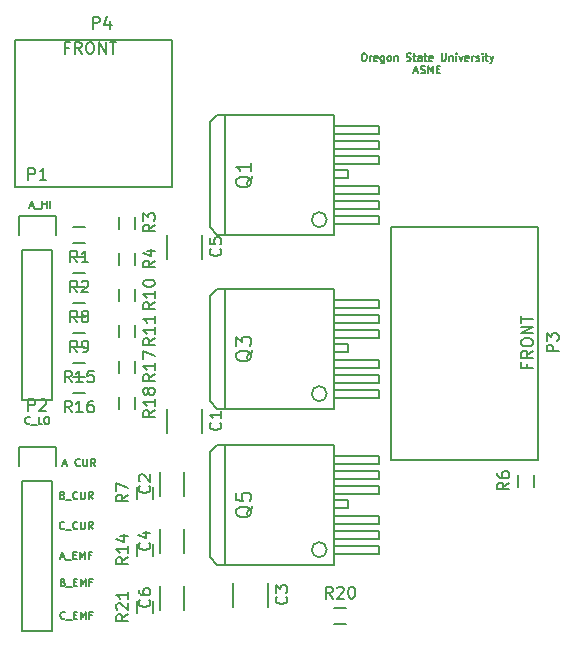
<source format=gbr>
G04 #@! TF.FileFunction,Legend,Top*
%FSLAX46Y46*%
G04 Gerber Fmt 4.6, Leading zero omitted, Abs format (unit mm)*
G04 Created by KiCad (PCBNEW (2015-05-26 BZR 5684)-product) date Thu 13 Aug 2015 05:18:35 PM PDT*
%MOMM*%
G01*
G04 APERTURE LIST*
%ADD10C,0.100000*%
%ADD11C,0.127000*%
%ADD12C,0.158750*%
%ADD13C,0.150000*%
%ADD14C,0.200000*%
G04 APERTURE END LIST*
D10*
D11*
X128397000Y-108684786D02*
X128366762Y-108715024D01*
X128276047Y-108745262D01*
X128215571Y-108745262D01*
X128124857Y-108715024D01*
X128064381Y-108654548D01*
X128034142Y-108594071D01*
X128003904Y-108473119D01*
X128003904Y-108382405D01*
X128034142Y-108261452D01*
X128064381Y-108200976D01*
X128124857Y-108140500D01*
X128215571Y-108110262D01*
X128276047Y-108110262D01*
X128366762Y-108140500D01*
X128397000Y-108170738D01*
X128517952Y-108805738D02*
X129001762Y-108805738D01*
X129455333Y-108745262D02*
X129152952Y-108745262D01*
X129152952Y-108110262D01*
X129787953Y-108110262D02*
X129908905Y-108110262D01*
X129969381Y-108140500D01*
X130029858Y-108200976D01*
X130060096Y-108321929D01*
X130060096Y-108533595D01*
X130029858Y-108654548D01*
X129969381Y-108715024D01*
X129908905Y-108745262D01*
X129787953Y-108745262D01*
X129727477Y-108715024D01*
X129667000Y-108654548D01*
X129636762Y-108533595D01*
X129636762Y-108321929D01*
X129667000Y-108200976D01*
X129727477Y-108140500D01*
X129787953Y-108110262D01*
X128409095Y-90275833D02*
X128711476Y-90275833D01*
X128348619Y-90457262D02*
X128560286Y-89822262D01*
X128771953Y-90457262D01*
X128832429Y-90517738D02*
X129316239Y-90517738D01*
X129467429Y-90457262D02*
X129467429Y-89822262D01*
X129467429Y-90124643D02*
X129830287Y-90124643D01*
X129830287Y-90457262D02*
X129830287Y-89822262D01*
X130132667Y-90457262D02*
X130132667Y-89822262D01*
X131366381Y-125194786D02*
X131336143Y-125225024D01*
X131245428Y-125255262D01*
X131184952Y-125255262D01*
X131094238Y-125225024D01*
X131033762Y-125164548D01*
X131003523Y-125104071D01*
X130973285Y-124983119D01*
X130973285Y-124892405D01*
X131003523Y-124771452D01*
X131033762Y-124710976D01*
X131094238Y-124650500D01*
X131184952Y-124620262D01*
X131245428Y-124620262D01*
X131336143Y-124650500D01*
X131366381Y-124680738D01*
X131487333Y-125315738D02*
X131971143Y-125315738D01*
X132122333Y-124922643D02*
X132334000Y-124922643D01*
X132424714Y-125255262D02*
X132122333Y-125255262D01*
X132122333Y-124620262D01*
X132424714Y-124620262D01*
X132696857Y-125255262D02*
X132696857Y-124620262D01*
X132908524Y-125073833D01*
X133120191Y-124620262D01*
X133120191Y-125255262D01*
X133634238Y-124922643D02*
X133422571Y-124922643D01*
X133422571Y-125255262D02*
X133422571Y-124620262D01*
X133724952Y-124620262D01*
X131215190Y-122128643D02*
X131305904Y-122158881D01*
X131336143Y-122189119D01*
X131366381Y-122249595D01*
X131366381Y-122340310D01*
X131336143Y-122400786D01*
X131305904Y-122431024D01*
X131245428Y-122461262D01*
X131003523Y-122461262D01*
X131003523Y-121826262D01*
X131215190Y-121826262D01*
X131275666Y-121856500D01*
X131305904Y-121886738D01*
X131336143Y-121947214D01*
X131336143Y-122007690D01*
X131305904Y-122068167D01*
X131275666Y-122098405D01*
X131215190Y-122128643D01*
X131003523Y-122128643D01*
X131487333Y-122521738D02*
X131971143Y-122521738D01*
X132122333Y-122128643D02*
X132334000Y-122128643D01*
X132424714Y-122461262D02*
X132122333Y-122461262D01*
X132122333Y-121826262D01*
X132424714Y-121826262D01*
X132696857Y-122461262D02*
X132696857Y-121826262D01*
X132908524Y-122279833D01*
X133120191Y-121826262D01*
X133120191Y-122461262D01*
X133634238Y-122128643D02*
X133422571Y-122128643D01*
X133422571Y-122461262D02*
X133422571Y-121826262D01*
X133724952Y-121826262D01*
X131018642Y-119993833D02*
X131321023Y-119993833D01*
X130958166Y-120175262D02*
X131169833Y-119540262D01*
X131381500Y-120175262D01*
X131441976Y-120235738D02*
X131925786Y-120235738D01*
X132076976Y-119842643D02*
X132288643Y-119842643D01*
X132379357Y-120175262D02*
X132076976Y-120175262D01*
X132076976Y-119540262D01*
X132379357Y-119540262D01*
X132651500Y-120175262D02*
X132651500Y-119540262D01*
X132863167Y-119993833D01*
X133074834Y-119540262D01*
X133074834Y-120175262D01*
X133588881Y-119842643D02*
X133377214Y-119842643D01*
X133377214Y-120175262D02*
X133377214Y-119540262D01*
X133679595Y-119540262D01*
X131321024Y-117574786D02*
X131290786Y-117605024D01*
X131200071Y-117635262D01*
X131139595Y-117635262D01*
X131048881Y-117605024D01*
X130988405Y-117544548D01*
X130958166Y-117484071D01*
X130927928Y-117363119D01*
X130927928Y-117272405D01*
X130958166Y-117151452D01*
X130988405Y-117090976D01*
X131048881Y-117030500D01*
X131139595Y-117000262D01*
X131200071Y-117000262D01*
X131290786Y-117030500D01*
X131321024Y-117060738D01*
X131441976Y-117695738D02*
X131925786Y-117695738D01*
X132439834Y-117574786D02*
X132409596Y-117605024D01*
X132318881Y-117635262D01*
X132258405Y-117635262D01*
X132167691Y-117605024D01*
X132107215Y-117544548D01*
X132076976Y-117484071D01*
X132046738Y-117363119D01*
X132046738Y-117272405D01*
X132076976Y-117151452D01*
X132107215Y-117090976D01*
X132167691Y-117030500D01*
X132258405Y-117000262D01*
X132318881Y-117000262D01*
X132409596Y-117030500D01*
X132439834Y-117060738D01*
X132711976Y-117000262D02*
X132711976Y-117514310D01*
X132742215Y-117574786D01*
X132772453Y-117605024D01*
X132832929Y-117635262D01*
X132953881Y-117635262D01*
X133014357Y-117605024D01*
X133044596Y-117574786D01*
X133074834Y-117514310D01*
X133074834Y-117000262D01*
X133740072Y-117635262D02*
X133528405Y-117332881D01*
X133377214Y-117635262D02*
X133377214Y-117000262D01*
X133619119Y-117000262D01*
X133679595Y-117030500D01*
X133709834Y-117060738D01*
X133740072Y-117121214D01*
X133740072Y-117211929D01*
X133709834Y-117272405D01*
X133679595Y-117302643D01*
X133619119Y-117332881D01*
X133377214Y-117332881D01*
X131169833Y-114762643D02*
X131260547Y-114792881D01*
X131290786Y-114823119D01*
X131321024Y-114883595D01*
X131321024Y-114974310D01*
X131290786Y-115034786D01*
X131260547Y-115065024D01*
X131200071Y-115095262D01*
X130958166Y-115095262D01*
X130958166Y-114460262D01*
X131169833Y-114460262D01*
X131230309Y-114490500D01*
X131260547Y-114520738D01*
X131290786Y-114581214D01*
X131290786Y-114641690D01*
X131260547Y-114702167D01*
X131230309Y-114732405D01*
X131169833Y-114762643D01*
X130958166Y-114762643D01*
X131441976Y-115155738D02*
X131925786Y-115155738D01*
X132439834Y-115034786D02*
X132409596Y-115065024D01*
X132318881Y-115095262D01*
X132258405Y-115095262D01*
X132167691Y-115065024D01*
X132107215Y-115004548D01*
X132076976Y-114944071D01*
X132046738Y-114823119D01*
X132046738Y-114732405D01*
X132076976Y-114611452D01*
X132107215Y-114550976D01*
X132167691Y-114490500D01*
X132258405Y-114460262D01*
X132318881Y-114460262D01*
X132409596Y-114490500D01*
X132439834Y-114520738D01*
X132711976Y-114460262D02*
X132711976Y-114974310D01*
X132742215Y-115034786D01*
X132772453Y-115065024D01*
X132832929Y-115095262D01*
X132953881Y-115095262D01*
X133014357Y-115065024D01*
X133044596Y-115034786D01*
X133074834Y-114974310D01*
X133074834Y-114460262D01*
X133740072Y-115095262D02*
X133528405Y-114792881D01*
X133377214Y-115095262D02*
X133377214Y-114460262D01*
X133619119Y-114460262D01*
X133679595Y-114490500D01*
X133709834Y-114520738D01*
X133740072Y-114581214D01*
X133740072Y-114671929D01*
X133709834Y-114732405D01*
X133679595Y-114762643D01*
X133619119Y-114792881D01*
X133377214Y-114792881D01*
X131227285Y-112119833D02*
X131529666Y-112119833D01*
X131166809Y-112301262D02*
X131378476Y-111666262D01*
X131590143Y-112301262D01*
X132648477Y-112240786D02*
X132618239Y-112271024D01*
X132527524Y-112301262D01*
X132467048Y-112301262D01*
X132376334Y-112271024D01*
X132315858Y-112210548D01*
X132285619Y-112150071D01*
X132255381Y-112029119D01*
X132255381Y-111938405D01*
X132285619Y-111817452D01*
X132315858Y-111756976D01*
X132376334Y-111696500D01*
X132467048Y-111666262D01*
X132527524Y-111666262D01*
X132618239Y-111696500D01*
X132648477Y-111726738D01*
X132920619Y-111666262D02*
X132920619Y-112180310D01*
X132950858Y-112240786D01*
X132981096Y-112271024D01*
X133041572Y-112301262D01*
X133162524Y-112301262D01*
X133223000Y-112271024D01*
X133253239Y-112240786D01*
X133283477Y-112180310D01*
X133283477Y-111666262D01*
X133948715Y-112301262D02*
X133737048Y-111998881D01*
X133585857Y-112301262D02*
X133585857Y-111666262D01*
X133827762Y-111666262D01*
X133888238Y-111696500D01*
X133918477Y-111726738D01*
X133948715Y-111787214D01*
X133948715Y-111877929D01*
X133918477Y-111938405D01*
X133888238Y-111968643D01*
X133827762Y-111998881D01*
X133585857Y-111998881D01*
D12*
X156639380Y-77360387D02*
X156760332Y-77360387D01*
X156820808Y-77390625D01*
X156881285Y-77451101D01*
X156911523Y-77572054D01*
X156911523Y-77783720D01*
X156881285Y-77904673D01*
X156820808Y-77965149D01*
X156760332Y-77995387D01*
X156639380Y-77995387D01*
X156578904Y-77965149D01*
X156518427Y-77904673D01*
X156488189Y-77783720D01*
X156488189Y-77572054D01*
X156518427Y-77451101D01*
X156578904Y-77390625D01*
X156639380Y-77360387D01*
X157183665Y-77995387D02*
X157183665Y-77572054D01*
X157183665Y-77693006D02*
X157213904Y-77632530D01*
X157244142Y-77602292D01*
X157304618Y-77572054D01*
X157365094Y-77572054D01*
X157818665Y-77965149D02*
X157758189Y-77995387D01*
X157637237Y-77995387D01*
X157576760Y-77965149D01*
X157546522Y-77904673D01*
X157546522Y-77662768D01*
X157576760Y-77602292D01*
X157637237Y-77572054D01*
X157758189Y-77572054D01*
X157818665Y-77602292D01*
X157848903Y-77662768D01*
X157848903Y-77723244D01*
X157546522Y-77783720D01*
X158393189Y-77572054D02*
X158393189Y-78086101D01*
X158362951Y-78146577D01*
X158332713Y-78176815D01*
X158272237Y-78207054D01*
X158181523Y-78207054D01*
X158121046Y-78176815D01*
X158393189Y-77965149D02*
X158332713Y-77995387D01*
X158211761Y-77995387D01*
X158151285Y-77965149D01*
X158121046Y-77934911D01*
X158090808Y-77874435D01*
X158090808Y-77693006D01*
X158121046Y-77632530D01*
X158151285Y-77602292D01*
X158211761Y-77572054D01*
X158332713Y-77572054D01*
X158393189Y-77602292D01*
X158786285Y-77995387D02*
X158725809Y-77965149D01*
X158695570Y-77934911D01*
X158665332Y-77874435D01*
X158665332Y-77693006D01*
X158695570Y-77632530D01*
X158725809Y-77602292D01*
X158786285Y-77572054D01*
X158876999Y-77572054D01*
X158937475Y-77602292D01*
X158967713Y-77632530D01*
X158997951Y-77693006D01*
X158997951Y-77874435D01*
X158967713Y-77934911D01*
X158937475Y-77965149D01*
X158876999Y-77995387D01*
X158786285Y-77995387D01*
X159270094Y-77572054D02*
X159270094Y-77995387D01*
X159270094Y-77632530D02*
X159300333Y-77602292D01*
X159360809Y-77572054D01*
X159451523Y-77572054D01*
X159511999Y-77602292D01*
X159542237Y-77662768D01*
X159542237Y-77995387D01*
X160298190Y-77965149D02*
X160388905Y-77995387D01*
X160540095Y-77995387D01*
X160600571Y-77965149D01*
X160630809Y-77934911D01*
X160661048Y-77874435D01*
X160661048Y-77813958D01*
X160630809Y-77753482D01*
X160600571Y-77723244D01*
X160540095Y-77693006D01*
X160419143Y-77662768D01*
X160358667Y-77632530D01*
X160328428Y-77602292D01*
X160298190Y-77541815D01*
X160298190Y-77481339D01*
X160328428Y-77420863D01*
X160358667Y-77390625D01*
X160419143Y-77360387D01*
X160570333Y-77360387D01*
X160661048Y-77390625D01*
X160842476Y-77572054D02*
X161084381Y-77572054D01*
X160933190Y-77360387D02*
X160933190Y-77904673D01*
X160963429Y-77965149D01*
X161023905Y-77995387D01*
X161084381Y-77995387D01*
X161568190Y-77995387D02*
X161568190Y-77662768D01*
X161537952Y-77602292D01*
X161477476Y-77572054D01*
X161356524Y-77572054D01*
X161296047Y-77602292D01*
X161568190Y-77965149D02*
X161507714Y-77995387D01*
X161356524Y-77995387D01*
X161296047Y-77965149D01*
X161265809Y-77904673D01*
X161265809Y-77844196D01*
X161296047Y-77783720D01*
X161356524Y-77753482D01*
X161507714Y-77753482D01*
X161568190Y-77723244D01*
X161779857Y-77572054D02*
X162021762Y-77572054D01*
X161870571Y-77360387D02*
X161870571Y-77904673D01*
X161900810Y-77965149D01*
X161961286Y-77995387D01*
X162021762Y-77995387D01*
X162475333Y-77965149D02*
X162414857Y-77995387D01*
X162293905Y-77995387D01*
X162233428Y-77965149D01*
X162203190Y-77904673D01*
X162203190Y-77662768D01*
X162233428Y-77602292D01*
X162293905Y-77572054D01*
X162414857Y-77572054D01*
X162475333Y-77602292D01*
X162505571Y-77662768D01*
X162505571Y-77723244D01*
X162203190Y-77783720D01*
X163261524Y-77360387D02*
X163261524Y-77874435D01*
X163291763Y-77934911D01*
X163322001Y-77965149D01*
X163382477Y-77995387D01*
X163503429Y-77995387D01*
X163563905Y-77965149D01*
X163594144Y-77934911D01*
X163624382Y-77874435D01*
X163624382Y-77360387D01*
X163926762Y-77572054D02*
X163926762Y-77995387D01*
X163926762Y-77632530D02*
X163957001Y-77602292D01*
X164017477Y-77572054D01*
X164108191Y-77572054D01*
X164168667Y-77602292D01*
X164198905Y-77662768D01*
X164198905Y-77995387D01*
X164501286Y-77995387D02*
X164501286Y-77572054D01*
X164501286Y-77360387D02*
X164471048Y-77390625D01*
X164501286Y-77420863D01*
X164531525Y-77390625D01*
X164501286Y-77360387D01*
X164501286Y-77420863D01*
X164743191Y-77572054D02*
X164894382Y-77995387D01*
X165045572Y-77572054D01*
X165529382Y-77965149D02*
X165468906Y-77995387D01*
X165347954Y-77995387D01*
X165287477Y-77965149D01*
X165257239Y-77904673D01*
X165257239Y-77662768D01*
X165287477Y-77602292D01*
X165347954Y-77572054D01*
X165468906Y-77572054D01*
X165529382Y-77602292D01*
X165559620Y-77662768D01*
X165559620Y-77723244D01*
X165257239Y-77783720D01*
X165831763Y-77995387D02*
X165831763Y-77572054D01*
X165831763Y-77693006D02*
X165862002Y-77632530D01*
X165892240Y-77602292D01*
X165952716Y-77572054D01*
X166013192Y-77572054D01*
X166194620Y-77965149D02*
X166255097Y-77995387D01*
X166376049Y-77995387D01*
X166436525Y-77965149D01*
X166466763Y-77904673D01*
X166466763Y-77874435D01*
X166436525Y-77813958D01*
X166376049Y-77783720D01*
X166285335Y-77783720D01*
X166224858Y-77753482D01*
X166194620Y-77693006D01*
X166194620Y-77662768D01*
X166224858Y-77602292D01*
X166285335Y-77572054D01*
X166376049Y-77572054D01*
X166436525Y-77602292D01*
X166738906Y-77995387D02*
X166738906Y-77572054D01*
X166738906Y-77360387D02*
X166708668Y-77390625D01*
X166738906Y-77420863D01*
X166769145Y-77390625D01*
X166738906Y-77360387D01*
X166738906Y-77420863D01*
X166950573Y-77572054D02*
X167192478Y-77572054D01*
X167041287Y-77360387D02*
X167041287Y-77904673D01*
X167071526Y-77965149D01*
X167132002Y-77995387D01*
X167192478Y-77995387D01*
X167343668Y-77572054D02*
X167494859Y-77995387D01*
X167646049Y-77572054D02*
X167494859Y-77995387D01*
X167434383Y-78146577D01*
X167404144Y-78176815D01*
X167343668Y-78207054D01*
X160948309Y-78861708D02*
X161250690Y-78861708D01*
X160887833Y-79043137D02*
X161099500Y-78408137D01*
X161311167Y-79043137D01*
X161492595Y-79012899D02*
X161583310Y-79043137D01*
X161734500Y-79043137D01*
X161794976Y-79012899D01*
X161825214Y-78982661D01*
X161855453Y-78922185D01*
X161855453Y-78861708D01*
X161825214Y-78801232D01*
X161794976Y-78770994D01*
X161734500Y-78740756D01*
X161613548Y-78710518D01*
X161553072Y-78680280D01*
X161522833Y-78650042D01*
X161492595Y-78589565D01*
X161492595Y-78529089D01*
X161522833Y-78468613D01*
X161553072Y-78438375D01*
X161613548Y-78408137D01*
X161764738Y-78408137D01*
X161855453Y-78438375D01*
X162127595Y-79043137D02*
X162127595Y-78408137D01*
X162339262Y-78861708D01*
X162550929Y-78408137D01*
X162550929Y-79043137D01*
X162853309Y-78710518D02*
X163064976Y-78710518D01*
X163155690Y-79043137D02*
X162853309Y-79043137D01*
X162853309Y-78408137D01*
X163155690Y-78408137D01*
D13*
X142953000Y-109458000D02*
X142953000Y-107458000D01*
X140003000Y-107458000D02*
X140003000Y-109458000D01*
X139437000Y-112792000D02*
X139437000Y-114792000D01*
X141487000Y-114792000D02*
X141487000Y-112792000D01*
X148541000Y-124190000D02*
X148541000Y-122190000D01*
X145591000Y-122190000D02*
X145591000Y-124190000D01*
X139437000Y-117618000D02*
X139437000Y-119618000D01*
X141487000Y-119618000D02*
X141487000Y-117618000D01*
X142953000Y-94726000D02*
X142953000Y-92726000D01*
X140003000Y-92726000D02*
X140003000Y-94726000D01*
X139437000Y-122444000D02*
X139437000Y-124444000D01*
X141487000Y-124444000D02*
X141487000Y-122444000D01*
X130302000Y-93980000D02*
X130302000Y-106680000D01*
X130302000Y-106680000D02*
X127762000Y-106680000D01*
X127762000Y-106680000D02*
X127762000Y-93980000D01*
X130582000Y-91160000D02*
X130582000Y-92710000D01*
X130302000Y-93980000D02*
X127762000Y-93980000D01*
X127482000Y-92710000D02*
X127482000Y-91160000D01*
X127482000Y-91160000D02*
X130582000Y-91160000D01*
X130302000Y-113538000D02*
X130302000Y-126238000D01*
X130302000Y-126238000D02*
X127762000Y-126238000D01*
X127762000Y-126238000D02*
X127762000Y-113538000D01*
X130582000Y-110718000D02*
X130582000Y-112268000D01*
X130302000Y-113538000D02*
X127762000Y-113538000D01*
X127482000Y-112268000D02*
X127482000Y-110718000D01*
X127482000Y-110718000D02*
X130582000Y-110718000D01*
X171450000Y-111760000D02*
X171450000Y-92060000D01*
X171450000Y-92060000D02*
X158950000Y-92060000D01*
X158950000Y-111760000D02*
X158950000Y-92060000D01*
X158950000Y-111760000D02*
X171450000Y-111760000D01*
X140462000Y-76200000D02*
X127112000Y-76200000D01*
X127112000Y-76200000D02*
X127112000Y-88700000D01*
X140462000Y-88700000D02*
X127112000Y-88700000D01*
X140462000Y-88700000D02*
X140462000Y-76200000D01*
X155321000Y-87884000D02*
X154178000Y-87884000D01*
X155321000Y-87249000D02*
X154178000Y-87249000D01*
X155321000Y-87884000D02*
X155321000Y-87249000D01*
D14*
X154178000Y-84170000D02*
X157988000Y-84170000D01*
X157988000Y-84170000D02*
X157988000Y-83470000D01*
X157988000Y-83470000D02*
X154178000Y-83470000D01*
X154178000Y-85440000D02*
X157988000Y-85440000D01*
X157988000Y-85440000D02*
X157988000Y-84740000D01*
X157988000Y-84740000D02*
X154178000Y-84740000D01*
X154178000Y-86710000D02*
X157988000Y-86710000D01*
X157988000Y-86710000D02*
X157988000Y-86010000D01*
X157988000Y-86010000D02*
X154178000Y-86010000D01*
X154178000Y-89250000D02*
X157988000Y-89250000D01*
X157988000Y-89250000D02*
X157988000Y-88550000D01*
X157988000Y-88550000D02*
X154178000Y-88550000D01*
X154178000Y-90520000D02*
X157988000Y-90520000D01*
X157988000Y-90520000D02*
X157988000Y-89820000D01*
X157988000Y-89820000D02*
X154178000Y-89820000D01*
X154178000Y-91790000D02*
X157988000Y-91790000D01*
X157988000Y-91790000D02*
X157988000Y-91090000D01*
X157988000Y-91090000D02*
X154178000Y-91090000D01*
X153543000Y-91440000D02*
G75*
G03X153543000Y-91440000I-635000J0D01*
G01*
X144907000Y-92710000D02*
X144272000Y-92710000D01*
X144272000Y-92710000D02*
X143637000Y-92075000D01*
X143637000Y-92075000D02*
X143637000Y-83185000D01*
X143637000Y-83185000D02*
X144272000Y-82550000D01*
X144272000Y-82550000D02*
X144907000Y-82550000D01*
X154178000Y-92710000D02*
X154178000Y-82550000D01*
X154178000Y-82550000D02*
X144907000Y-82550000D01*
X144907000Y-82550000D02*
X144907000Y-92710000D01*
X144907000Y-92710000D02*
X154178000Y-92710000D01*
D13*
X155321000Y-102616000D02*
X154178000Y-102616000D01*
X155321000Y-101981000D02*
X154178000Y-101981000D01*
X155321000Y-102616000D02*
X155321000Y-101981000D01*
D14*
X154178000Y-98902000D02*
X157988000Y-98902000D01*
X157988000Y-98902000D02*
X157988000Y-98202000D01*
X157988000Y-98202000D02*
X154178000Y-98202000D01*
X154178000Y-100172000D02*
X157988000Y-100172000D01*
X157988000Y-100172000D02*
X157988000Y-99472000D01*
X157988000Y-99472000D02*
X154178000Y-99472000D01*
X154178000Y-101442000D02*
X157988000Y-101442000D01*
X157988000Y-101442000D02*
X157988000Y-100742000D01*
X157988000Y-100742000D02*
X154178000Y-100742000D01*
X154178000Y-103982000D02*
X157988000Y-103982000D01*
X157988000Y-103982000D02*
X157988000Y-103282000D01*
X157988000Y-103282000D02*
X154178000Y-103282000D01*
X154178000Y-105252000D02*
X157988000Y-105252000D01*
X157988000Y-105252000D02*
X157988000Y-104552000D01*
X157988000Y-104552000D02*
X154178000Y-104552000D01*
X154178000Y-106522000D02*
X157988000Y-106522000D01*
X157988000Y-106522000D02*
X157988000Y-105822000D01*
X157988000Y-105822000D02*
X154178000Y-105822000D01*
X153543000Y-106172000D02*
G75*
G03X153543000Y-106172000I-635000J0D01*
G01*
X144907000Y-107442000D02*
X144272000Y-107442000D01*
X144272000Y-107442000D02*
X143637000Y-106807000D01*
X143637000Y-106807000D02*
X143637000Y-97917000D01*
X143637000Y-97917000D02*
X144272000Y-97282000D01*
X144272000Y-97282000D02*
X144907000Y-97282000D01*
X154178000Y-107442000D02*
X154178000Y-97282000D01*
X154178000Y-97282000D02*
X144907000Y-97282000D01*
X144907000Y-97282000D02*
X144907000Y-107442000D01*
X144907000Y-107442000D02*
X154178000Y-107442000D01*
D13*
X155321000Y-115824000D02*
X154178000Y-115824000D01*
X155321000Y-115189000D02*
X154178000Y-115189000D01*
X155321000Y-115824000D02*
X155321000Y-115189000D01*
D14*
X154178000Y-112110000D02*
X157988000Y-112110000D01*
X157988000Y-112110000D02*
X157988000Y-111410000D01*
X157988000Y-111410000D02*
X154178000Y-111410000D01*
X154178000Y-113380000D02*
X157988000Y-113380000D01*
X157988000Y-113380000D02*
X157988000Y-112680000D01*
X157988000Y-112680000D02*
X154178000Y-112680000D01*
X154178000Y-114650000D02*
X157988000Y-114650000D01*
X157988000Y-114650000D02*
X157988000Y-113950000D01*
X157988000Y-113950000D02*
X154178000Y-113950000D01*
X154178000Y-117190000D02*
X157988000Y-117190000D01*
X157988000Y-117190000D02*
X157988000Y-116490000D01*
X157988000Y-116490000D02*
X154178000Y-116490000D01*
X154178000Y-118460000D02*
X157988000Y-118460000D01*
X157988000Y-118460000D02*
X157988000Y-117760000D01*
X157988000Y-117760000D02*
X154178000Y-117760000D01*
X154178000Y-119730000D02*
X157988000Y-119730000D01*
X157988000Y-119730000D02*
X157988000Y-119030000D01*
X157988000Y-119030000D02*
X154178000Y-119030000D01*
X153543000Y-119380000D02*
G75*
G03X153543000Y-119380000I-635000J0D01*
G01*
X144907000Y-120650000D02*
X144272000Y-120650000D01*
X144272000Y-120650000D02*
X143637000Y-120015000D01*
X143637000Y-120015000D02*
X143637000Y-111125000D01*
X143637000Y-111125000D02*
X144272000Y-110490000D01*
X144272000Y-110490000D02*
X144907000Y-110490000D01*
X154178000Y-120650000D02*
X154178000Y-110490000D01*
X154178000Y-110490000D02*
X144907000Y-110490000D01*
X144907000Y-110490000D02*
X144907000Y-120650000D01*
X144907000Y-120650000D02*
X154178000Y-120650000D01*
D13*
X132088000Y-92035000D02*
X133088000Y-92035000D01*
X133088000Y-93385000D02*
X132088000Y-93385000D01*
X132088000Y-94575000D02*
X133088000Y-94575000D01*
X133088000Y-95925000D02*
X132088000Y-95925000D01*
X135977000Y-92194000D02*
X135977000Y-91194000D01*
X137327000Y-91194000D02*
X137327000Y-92194000D01*
X135977000Y-95242000D02*
X135977000Y-94242000D01*
X137327000Y-94242000D02*
X137327000Y-95242000D01*
X171109000Y-113038000D02*
X171109000Y-114038000D01*
X169759000Y-114038000D02*
X169759000Y-113038000D01*
X138851000Y-114054000D02*
X138851000Y-115054000D01*
X137501000Y-115054000D02*
X137501000Y-114054000D01*
X132088000Y-97115000D02*
X133088000Y-97115000D01*
X133088000Y-98465000D02*
X132088000Y-98465000D01*
X132088000Y-99655000D02*
X133088000Y-99655000D01*
X133088000Y-101005000D02*
X132088000Y-101005000D01*
X135977000Y-98290000D02*
X135977000Y-97290000D01*
X137327000Y-97290000D02*
X137327000Y-98290000D01*
X135977000Y-101338000D02*
X135977000Y-100338000D01*
X137327000Y-100338000D02*
X137327000Y-101338000D01*
X138851000Y-118880000D02*
X138851000Y-119880000D01*
X137501000Y-119880000D02*
X137501000Y-118880000D01*
X132088000Y-102195000D02*
X133088000Y-102195000D01*
X133088000Y-103545000D02*
X132088000Y-103545000D01*
X132088000Y-104735000D02*
X133088000Y-104735000D01*
X133088000Y-106085000D02*
X132088000Y-106085000D01*
X135977000Y-104386000D02*
X135977000Y-103386000D01*
X137327000Y-103386000D02*
X137327000Y-104386000D01*
X135977000Y-107434000D02*
X135977000Y-106434000D01*
X137327000Y-106434000D02*
X137327000Y-107434000D01*
X155186000Y-125643000D02*
X154186000Y-125643000D01*
X154186000Y-124293000D02*
X155186000Y-124293000D01*
X138851000Y-123706000D02*
X138851000Y-124706000D01*
X137501000Y-124706000D02*
X137501000Y-123706000D01*
X144535143Y-108624666D02*
X144582762Y-108672285D01*
X144630381Y-108815142D01*
X144630381Y-108910380D01*
X144582762Y-109053238D01*
X144487524Y-109148476D01*
X144392286Y-109196095D01*
X144201810Y-109243714D01*
X144058952Y-109243714D01*
X143868476Y-109196095D01*
X143773238Y-109148476D01*
X143678000Y-109053238D01*
X143630381Y-108910380D01*
X143630381Y-108815142D01*
X143678000Y-108672285D01*
X143725619Y-108624666D01*
X144630381Y-107672285D02*
X144630381Y-108243714D01*
X144630381Y-107958000D02*
X143630381Y-107958000D01*
X143773238Y-108053238D01*
X143868476Y-108148476D01*
X143916095Y-108243714D01*
X138519143Y-113958666D02*
X138566762Y-114006285D01*
X138614381Y-114149142D01*
X138614381Y-114244380D01*
X138566762Y-114387238D01*
X138471524Y-114482476D01*
X138376286Y-114530095D01*
X138185810Y-114577714D01*
X138042952Y-114577714D01*
X137852476Y-114530095D01*
X137757238Y-114482476D01*
X137662000Y-114387238D01*
X137614381Y-114244380D01*
X137614381Y-114149142D01*
X137662000Y-114006285D01*
X137709619Y-113958666D01*
X137709619Y-113577714D02*
X137662000Y-113530095D01*
X137614381Y-113434857D01*
X137614381Y-113196761D01*
X137662000Y-113101523D01*
X137709619Y-113053904D01*
X137804857Y-113006285D01*
X137900095Y-113006285D01*
X138042952Y-113053904D01*
X138614381Y-113625333D01*
X138614381Y-113006285D01*
X150123143Y-123356666D02*
X150170762Y-123404285D01*
X150218381Y-123547142D01*
X150218381Y-123642380D01*
X150170762Y-123785238D01*
X150075524Y-123880476D01*
X149980286Y-123928095D01*
X149789810Y-123975714D01*
X149646952Y-123975714D01*
X149456476Y-123928095D01*
X149361238Y-123880476D01*
X149266000Y-123785238D01*
X149218381Y-123642380D01*
X149218381Y-123547142D01*
X149266000Y-123404285D01*
X149313619Y-123356666D01*
X149218381Y-123023333D02*
X149218381Y-122404285D01*
X149599333Y-122737619D01*
X149599333Y-122594761D01*
X149646952Y-122499523D01*
X149694571Y-122451904D01*
X149789810Y-122404285D01*
X150027905Y-122404285D01*
X150123143Y-122451904D01*
X150170762Y-122499523D01*
X150218381Y-122594761D01*
X150218381Y-122880476D01*
X150170762Y-122975714D01*
X150123143Y-123023333D01*
X138519143Y-118784666D02*
X138566762Y-118832285D01*
X138614381Y-118975142D01*
X138614381Y-119070380D01*
X138566762Y-119213238D01*
X138471524Y-119308476D01*
X138376286Y-119356095D01*
X138185810Y-119403714D01*
X138042952Y-119403714D01*
X137852476Y-119356095D01*
X137757238Y-119308476D01*
X137662000Y-119213238D01*
X137614381Y-119070380D01*
X137614381Y-118975142D01*
X137662000Y-118832285D01*
X137709619Y-118784666D01*
X137947714Y-117927523D02*
X138614381Y-117927523D01*
X137566762Y-118165619D02*
X138281048Y-118403714D01*
X138281048Y-117784666D01*
X144535143Y-93892666D02*
X144582762Y-93940285D01*
X144630381Y-94083142D01*
X144630381Y-94178380D01*
X144582762Y-94321238D01*
X144487524Y-94416476D01*
X144392286Y-94464095D01*
X144201810Y-94511714D01*
X144058952Y-94511714D01*
X143868476Y-94464095D01*
X143773238Y-94416476D01*
X143678000Y-94321238D01*
X143630381Y-94178380D01*
X143630381Y-94083142D01*
X143678000Y-93940285D01*
X143725619Y-93892666D01*
X143630381Y-92987904D02*
X143630381Y-93464095D01*
X144106571Y-93511714D01*
X144058952Y-93464095D01*
X144011333Y-93368857D01*
X144011333Y-93130761D01*
X144058952Y-93035523D01*
X144106571Y-92987904D01*
X144201810Y-92940285D01*
X144439905Y-92940285D01*
X144535143Y-92987904D01*
X144582762Y-93035523D01*
X144630381Y-93130761D01*
X144630381Y-93368857D01*
X144582762Y-93464095D01*
X144535143Y-93511714D01*
X138519143Y-123610666D02*
X138566762Y-123658285D01*
X138614381Y-123801142D01*
X138614381Y-123896380D01*
X138566762Y-124039238D01*
X138471524Y-124134476D01*
X138376286Y-124182095D01*
X138185810Y-124229714D01*
X138042952Y-124229714D01*
X137852476Y-124182095D01*
X137757238Y-124134476D01*
X137662000Y-124039238D01*
X137614381Y-123896380D01*
X137614381Y-123801142D01*
X137662000Y-123658285D01*
X137709619Y-123610666D01*
X137614381Y-122753523D02*
X137614381Y-122944000D01*
X137662000Y-123039238D01*
X137709619Y-123086857D01*
X137852476Y-123182095D01*
X138042952Y-123229714D01*
X138423905Y-123229714D01*
X138519143Y-123182095D01*
X138566762Y-123134476D01*
X138614381Y-123039238D01*
X138614381Y-122848761D01*
X138566762Y-122753523D01*
X138519143Y-122705904D01*
X138423905Y-122658285D01*
X138185810Y-122658285D01*
X138090571Y-122705904D01*
X138042952Y-122753523D01*
X137995333Y-122848761D01*
X137995333Y-123039238D01*
X138042952Y-123134476D01*
X138090571Y-123182095D01*
X138185810Y-123229714D01*
X128293905Y-88062381D02*
X128293905Y-87062381D01*
X128674858Y-87062381D01*
X128770096Y-87110000D01*
X128817715Y-87157619D01*
X128865334Y-87252857D01*
X128865334Y-87395714D01*
X128817715Y-87490952D01*
X128770096Y-87538571D01*
X128674858Y-87586190D01*
X128293905Y-87586190D01*
X129817715Y-88062381D02*
X129246286Y-88062381D01*
X129532000Y-88062381D02*
X129532000Y-87062381D01*
X129436762Y-87205238D01*
X129341524Y-87300476D01*
X129246286Y-87348095D01*
X128293905Y-107620381D02*
X128293905Y-106620381D01*
X128674858Y-106620381D01*
X128770096Y-106668000D01*
X128817715Y-106715619D01*
X128865334Y-106810857D01*
X128865334Y-106953714D01*
X128817715Y-107048952D01*
X128770096Y-107096571D01*
X128674858Y-107144190D01*
X128293905Y-107144190D01*
X129246286Y-106715619D02*
X129293905Y-106668000D01*
X129389143Y-106620381D01*
X129627239Y-106620381D01*
X129722477Y-106668000D01*
X129770096Y-106715619D01*
X129817715Y-106810857D01*
X129817715Y-106906095D01*
X129770096Y-107048952D01*
X129198667Y-107620381D01*
X129817715Y-107620381D01*
X173172381Y-102592095D02*
X172172381Y-102592095D01*
X172172381Y-102211142D01*
X172220000Y-102115904D01*
X172267619Y-102068285D01*
X172362857Y-102020666D01*
X172505714Y-102020666D01*
X172600952Y-102068285D01*
X172648571Y-102115904D01*
X172696190Y-102211142D01*
X172696190Y-102592095D01*
X172172381Y-101687333D02*
X172172381Y-101068285D01*
X172553333Y-101401619D01*
X172553333Y-101258761D01*
X172600952Y-101163523D01*
X172648571Y-101115904D01*
X172743810Y-101068285D01*
X172981905Y-101068285D01*
X173077143Y-101115904D01*
X173124762Y-101163523D01*
X173172381Y-101258761D01*
X173172381Y-101544476D01*
X173124762Y-101639714D01*
X173077143Y-101687333D01*
X170489571Y-103639714D02*
X170489571Y-103973048D01*
X171013381Y-103973048D02*
X170013381Y-103973048D01*
X170013381Y-103496857D01*
X171013381Y-102544476D02*
X170537190Y-102877810D01*
X171013381Y-103115905D02*
X170013381Y-103115905D01*
X170013381Y-102734952D01*
X170061000Y-102639714D01*
X170108619Y-102592095D01*
X170203857Y-102544476D01*
X170346714Y-102544476D01*
X170441952Y-102592095D01*
X170489571Y-102639714D01*
X170537190Y-102734952D01*
X170537190Y-103115905D01*
X170013381Y-101925429D02*
X170013381Y-101734952D01*
X170061000Y-101639714D01*
X170156238Y-101544476D01*
X170346714Y-101496857D01*
X170680048Y-101496857D01*
X170870524Y-101544476D01*
X170965762Y-101639714D01*
X171013381Y-101734952D01*
X171013381Y-101925429D01*
X170965762Y-102020667D01*
X170870524Y-102115905D01*
X170680048Y-102163524D01*
X170346714Y-102163524D01*
X170156238Y-102115905D01*
X170061000Y-102020667D01*
X170013381Y-101925429D01*
X171013381Y-101068286D02*
X170013381Y-101068286D01*
X171013381Y-100496857D01*
X170013381Y-100496857D01*
X170013381Y-100163524D02*
X170013381Y-99592095D01*
X171013381Y-99877810D02*
X170013381Y-99877810D01*
X133754905Y-75255381D02*
X133754905Y-74255381D01*
X134135858Y-74255381D01*
X134231096Y-74303000D01*
X134278715Y-74350619D01*
X134326334Y-74445857D01*
X134326334Y-74588714D01*
X134278715Y-74683952D01*
X134231096Y-74731571D01*
X134135858Y-74779190D01*
X133754905Y-74779190D01*
X135183477Y-74588714D02*
X135183477Y-75255381D01*
X134945381Y-74207762D02*
X134707286Y-74922048D01*
X135326334Y-74922048D01*
X131691286Y-76890571D02*
X131357952Y-76890571D01*
X131357952Y-77414381D02*
X131357952Y-76414381D01*
X131834143Y-76414381D01*
X132786524Y-77414381D02*
X132453190Y-76938190D01*
X132215095Y-77414381D02*
X132215095Y-76414381D01*
X132596048Y-76414381D01*
X132691286Y-76462000D01*
X132738905Y-76509619D01*
X132786524Y-76604857D01*
X132786524Y-76747714D01*
X132738905Y-76842952D01*
X132691286Y-76890571D01*
X132596048Y-76938190D01*
X132215095Y-76938190D01*
X133405571Y-76414381D02*
X133596048Y-76414381D01*
X133691286Y-76462000D01*
X133786524Y-76557238D01*
X133834143Y-76747714D01*
X133834143Y-77081048D01*
X133786524Y-77271524D01*
X133691286Y-77366762D01*
X133596048Y-77414381D01*
X133405571Y-77414381D01*
X133310333Y-77366762D01*
X133215095Y-77271524D01*
X133167476Y-77081048D01*
X133167476Y-76747714D01*
X133215095Y-76557238D01*
X133310333Y-76462000D01*
X133405571Y-76414381D01*
X134262714Y-77414381D02*
X134262714Y-76414381D01*
X134834143Y-77414381D01*
X134834143Y-76414381D01*
X135167476Y-76414381D02*
X135738905Y-76414381D01*
X135453190Y-77414381D02*
X135453190Y-76414381D01*
D14*
X147253476Y-87750952D02*
X147193000Y-87871905D01*
X147072048Y-87992857D01*
X146890619Y-88174286D01*
X146830143Y-88295238D01*
X146830143Y-88416190D01*
X147132524Y-88355714D02*
X147072048Y-88476667D01*
X146951095Y-88597619D01*
X146709190Y-88658095D01*
X146285857Y-88658095D01*
X146043952Y-88597619D01*
X145923000Y-88476667D01*
X145862524Y-88355714D01*
X145862524Y-88113810D01*
X145923000Y-87992857D01*
X146043952Y-87871905D01*
X146285857Y-87811429D01*
X146709190Y-87811429D01*
X146951095Y-87871905D01*
X147072048Y-87992857D01*
X147132524Y-88113810D01*
X147132524Y-88355714D01*
X147132524Y-86601905D02*
X147132524Y-87327619D01*
X147132524Y-86964762D02*
X145862524Y-86964762D01*
X146043952Y-87085714D01*
X146164905Y-87206667D01*
X146225381Y-87327619D01*
X147253476Y-102482952D02*
X147193000Y-102603905D01*
X147072048Y-102724857D01*
X146890619Y-102906286D01*
X146830143Y-103027238D01*
X146830143Y-103148190D01*
X147132524Y-103087714D02*
X147072048Y-103208667D01*
X146951095Y-103329619D01*
X146709190Y-103390095D01*
X146285857Y-103390095D01*
X146043952Y-103329619D01*
X145923000Y-103208667D01*
X145862524Y-103087714D01*
X145862524Y-102845810D01*
X145923000Y-102724857D01*
X146043952Y-102603905D01*
X146285857Y-102543429D01*
X146709190Y-102543429D01*
X146951095Y-102603905D01*
X147072048Y-102724857D01*
X147132524Y-102845810D01*
X147132524Y-103087714D01*
X145862524Y-102120095D02*
X145862524Y-101333905D01*
X146346333Y-101757238D01*
X146346333Y-101575810D01*
X146406810Y-101454857D01*
X146467286Y-101394381D01*
X146588238Y-101333905D01*
X146890619Y-101333905D01*
X147011571Y-101394381D01*
X147072048Y-101454857D01*
X147132524Y-101575810D01*
X147132524Y-101938667D01*
X147072048Y-102059619D01*
X147011571Y-102120095D01*
X147253476Y-115690952D02*
X147193000Y-115811905D01*
X147072048Y-115932857D01*
X146890619Y-116114286D01*
X146830143Y-116235238D01*
X146830143Y-116356190D01*
X147132524Y-116295714D02*
X147072048Y-116416667D01*
X146951095Y-116537619D01*
X146709190Y-116598095D01*
X146285857Y-116598095D01*
X146043952Y-116537619D01*
X145923000Y-116416667D01*
X145862524Y-116295714D01*
X145862524Y-116053810D01*
X145923000Y-115932857D01*
X146043952Y-115811905D01*
X146285857Y-115751429D01*
X146709190Y-115751429D01*
X146951095Y-115811905D01*
X147072048Y-115932857D01*
X147132524Y-116053810D01*
X147132524Y-116295714D01*
X145862524Y-114602381D02*
X145862524Y-115207143D01*
X146467286Y-115267619D01*
X146406810Y-115207143D01*
X146346333Y-115086191D01*
X146346333Y-114783810D01*
X146406810Y-114662857D01*
X146467286Y-114602381D01*
X146588238Y-114541905D01*
X146890619Y-114541905D01*
X147011571Y-114602381D01*
X147072048Y-114662857D01*
X147132524Y-114783810D01*
X147132524Y-115086191D01*
X147072048Y-115207143D01*
X147011571Y-115267619D01*
D13*
X132421334Y-95062381D02*
X132088000Y-94586190D01*
X131849905Y-95062381D02*
X131849905Y-94062381D01*
X132230858Y-94062381D01*
X132326096Y-94110000D01*
X132373715Y-94157619D01*
X132421334Y-94252857D01*
X132421334Y-94395714D01*
X132373715Y-94490952D01*
X132326096Y-94538571D01*
X132230858Y-94586190D01*
X131849905Y-94586190D01*
X133373715Y-95062381D02*
X132802286Y-95062381D01*
X133088000Y-95062381D02*
X133088000Y-94062381D01*
X132992762Y-94205238D01*
X132897524Y-94300476D01*
X132802286Y-94348095D01*
X132421334Y-97602381D02*
X132088000Y-97126190D01*
X131849905Y-97602381D02*
X131849905Y-96602381D01*
X132230858Y-96602381D01*
X132326096Y-96650000D01*
X132373715Y-96697619D01*
X132421334Y-96792857D01*
X132421334Y-96935714D01*
X132373715Y-97030952D01*
X132326096Y-97078571D01*
X132230858Y-97126190D01*
X131849905Y-97126190D01*
X132802286Y-96697619D02*
X132849905Y-96650000D01*
X132945143Y-96602381D01*
X133183239Y-96602381D01*
X133278477Y-96650000D01*
X133326096Y-96697619D01*
X133373715Y-96792857D01*
X133373715Y-96888095D01*
X133326096Y-97030952D01*
X132754667Y-97602381D01*
X133373715Y-97602381D01*
X139004381Y-91860666D02*
X138528190Y-92194000D01*
X139004381Y-92432095D02*
X138004381Y-92432095D01*
X138004381Y-92051142D01*
X138052000Y-91955904D01*
X138099619Y-91908285D01*
X138194857Y-91860666D01*
X138337714Y-91860666D01*
X138432952Y-91908285D01*
X138480571Y-91955904D01*
X138528190Y-92051142D01*
X138528190Y-92432095D01*
X138004381Y-91527333D02*
X138004381Y-90908285D01*
X138385333Y-91241619D01*
X138385333Y-91098761D01*
X138432952Y-91003523D01*
X138480571Y-90955904D01*
X138575810Y-90908285D01*
X138813905Y-90908285D01*
X138909143Y-90955904D01*
X138956762Y-91003523D01*
X139004381Y-91098761D01*
X139004381Y-91384476D01*
X138956762Y-91479714D01*
X138909143Y-91527333D01*
X139004381Y-94908666D02*
X138528190Y-95242000D01*
X139004381Y-95480095D02*
X138004381Y-95480095D01*
X138004381Y-95099142D01*
X138052000Y-95003904D01*
X138099619Y-94956285D01*
X138194857Y-94908666D01*
X138337714Y-94908666D01*
X138432952Y-94956285D01*
X138480571Y-95003904D01*
X138528190Y-95099142D01*
X138528190Y-95480095D01*
X138337714Y-94051523D02*
X139004381Y-94051523D01*
X137956762Y-94289619D02*
X138671048Y-94527714D01*
X138671048Y-93908666D01*
X168986381Y-113704666D02*
X168510190Y-114038000D01*
X168986381Y-114276095D02*
X167986381Y-114276095D01*
X167986381Y-113895142D01*
X168034000Y-113799904D01*
X168081619Y-113752285D01*
X168176857Y-113704666D01*
X168319714Y-113704666D01*
X168414952Y-113752285D01*
X168462571Y-113799904D01*
X168510190Y-113895142D01*
X168510190Y-114276095D01*
X167986381Y-112847523D02*
X167986381Y-113038000D01*
X168034000Y-113133238D01*
X168081619Y-113180857D01*
X168224476Y-113276095D01*
X168414952Y-113323714D01*
X168795905Y-113323714D01*
X168891143Y-113276095D01*
X168938762Y-113228476D01*
X168986381Y-113133238D01*
X168986381Y-112942761D01*
X168938762Y-112847523D01*
X168891143Y-112799904D01*
X168795905Y-112752285D01*
X168557810Y-112752285D01*
X168462571Y-112799904D01*
X168414952Y-112847523D01*
X168367333Y-112942761D01*
X168367333Y-113133238D01*
X168414952Y-113228476D01*
X168462571Y-113276095D01*
X168557810Y-113323714D01*
X136728381Y-114720666D02*
X136252190Y-115054000D01*
X136728381Y-115292095D02*
X135728381Y-115292095D01*
X135728381Y-114911142D01*
X135776000Y-114815904D01*
X135823619Y-114768285D01*
X135918857Y-114720666D01*
X136061714Y-114720666D01*
X136156952Y-114768285D01*
X136204571Y-114815904D01*
X136252190Y-114911142D01*
X136252190Y-115292095D01*
X135728381Y-114387333D02*
X135728381Y-113720666D01*
X136728381Y-114149238D01*
X132421334Y-100142381D02*
X132088000Y-99666190D01*
X131849905Y-100142381D02*
X131849905Y-99142381D01*
X132230858Y-99142381D01*
X132326096Y-99190000D01*
X132373715Y-99237619D01*
X132421334Y-99332857D01*
X132421334Y-99475714D01*
X132373715Y-99570952D01*
X132326096Y-99618571D01*
X132230858Y-99666190D01*
X131849905Y-99666190D01*
X132992762Y-99570952D02*
X132897524Y-99523333D01*
X132849905Y-99475714D01*
X132802286Y-99380476D01*
X132802286Y-99332857D01*
X132849905Y-99237619D01*
X132897524Y-99190000D01*
X132992762Y-99142381D01*
X133183239Y-99142381D01*
X133278477Y-99190000D01*
X133326096Y-99237619D01*
X133373715Y-99332857D01*
X133373715Y-99380476D01*
X133326096Y-99475714D01*
X133278477Y-99523333D01*
X133183239Y-99570952D01*
X132992762Y-99570952D01*
X132897524Y-99618571D01*
X132849905Y-99666190D01*
X132802286Y-99761429D01*
X132802286Y-99951905D01*
X132849905Y-100047143D01*
X132897524Y-100094762D01*
X132992762Y-100142381D01*
X133183239Y-100142381D01*
X133278477Y-100094762D01*
X133326096Y-100047143D01*
X133373715Y-99951905D01*
X133373715Y-99761429D01*
X133326096Y-99666190D01*
X133278477Y-99618571D01*
X133183239Y-99570952D01*
X132421334Y-102682381D02*
X132088000Y-102206190D01*
X131849905Y-102682381D02*
X131849905Y-101682381D01*
X132230858Y-101682381D01*
X132326096Y-101730000D01*
X132373715Y-101777619D01*
X132421334Y-101872857D01*
X132421334Y-102015714D01*
X132373715Y-102110952D01*
X132326096Y-102158571D01*
X132230858Y-102206190D01*
X131849905Y-102206190D01*
X132897524Y-102682381D02*
X133088000Y-102682381D01*
X133183239Y-102634762D01*
X133230858Y-102587143D01*
X133326096Y-102444286D01*
X133373715Y-102253810D01*
X133373715Y-101872857D01*
X133326096Y-101777619D01*
X133278477Y-101730000D01*
X133183239Y-101682381D01*
X132992762Y-101682381D01*
X132897524Y-101730000D01*
X132849905Y-101777619D01*
X132802286Y-101872857D01*
X132802286Y-102110952D01*
X132849905Y-102206190D01*
X132897524Y-102253810D01*
X132992762Y-102301429D01*
X133183239Y-102301429D01*
X133278477Y-102253810D01*
X133326096Y-102206190D01*
X133373715Y-102110952D01*
X139004381Y-98432857D02*
X138528190Y-98766191D01*
X139004381Y-99004286D02*
X138004381Y-99004286D01*
X138004381Y-98623333D01*
X138052000Y-98528095D01*
X138099619Y-98480476D01*
X138194857Y-98432857D01*
X138337714Y-98432857D01*
X138432952Y-98480476D01*
X138480571Y-98528095D01*
X138528190Y-98623333D01*
X138528190Y-99004286D01*
X139004381Y-97480476D02*
X139004381Y-98051905D01*
X139004381Y-97766191D02*
X138004381Y-97766191D01*
X138147238Y-97861429D01*
X138242476Y-97956667D01*
X138290095Y-98051905D01*
X138004381Y-96861429D02*
X138004381Y-96766190D01*
X138052000Y-96670952D01*
X138099619Y-96623333D01*
X138194857Y-96575714D01*
X138385333Y-96528095D01*
X138623429Y-96528095D01*
X138813905Y-96575714D01*
X138909143Y-96623333D01*
X138956762Y-96670952D01*
X139004381Y-96766190D01*
X139004381Y-96861429D01*
X138956762Y-96956667D01*
X138909143Y-97004286D01*
X138813905Y-97051905D01*
X138623429Y-97099524D01*
X138385333Y-97099524D01*
X138194857Y-97051905D01*
X138099619Y-97004286D01*
X138052000Y-96956667D01*
X138004381Y-96861429D01*
X139004381Y-101480857D02*
X138528190Y-101814191D01*
X139004381Y-102052286D02*
X138004381Y-102052286D01*
X138004381Y-101671333D01*
X138052000Y-101576095D01*
X138099619Y-101528476D01*
X138194857Y-101480857D01*
X138337714Y-101480857D01*
X138432952Y-101528476D01*
X138480571Y-101576095D01*
X138528190Y-101671333D01*
X138528190Y-102052286D01*
X139004381Y-100528476D02*
X139004381Y-101099905D01*
X139004381Y-100814191D02*
X138004381Y-100814191D01*
X138147238Y-100909429D01*
X138242476Y-101004667D01*
X138290095Y-101099905D01*
X139004381Y-99576095D02*
X139004381Y-100147524D01*
X139004381Y-99861810D02*
X138004381Y-99861810D01*
X138147238Y-99957048D01*
X138242476Y-100052286D01*
X138290095Y-100147524D01*
X136728381Y-120022857D02*
X136252190Y-120356191D01*
X136728381Y-120594286D02*
X135728381Y-120594286D01*
X135728381Y-120213333D01*
X135776000Y-120118095D01*
X135823619Y-120070476D01*
X135918857Y-120022857D01*
X136061714Y-120022857D01*
X136156952Y-120070476D01*
X136204571Y-120118095D01*
X136252190Y-120213333D01*
X136252190Y-120594286D01*
X136728381Y-119070476D02*
X136728381Y-119641905D01*
X136728381Y-119356191D02*
X135728381Y-119356191D01*
X135871238Y-119451429D01*
X135966476Y-119546667D01*
X136014095Y-119641905D01*
X136061714Y-118213333D02*
X136728381Y-118213333D01*
X135680762Y-118451429D02*
X136395048Y-118689524D01*
X136395048Y-118070476D01*
X131945143Y-105222381D02*
X131611809Y-104746190D01*
X131373714Y-105222381D02*
X131373714Y-104222381D01*
X131754667Y-104222381D01*
X131849905Y-104270000D01*
X131897524Y-104317619D01*
X131945143Y-104412857D01*
X131945143Y-104555714D01*
X131897524Y-104650952D01*
X131849905Y-104698571D01*
X131754667Y-104746190D01*
X131373714Y-104746190D01*
X132897524Y-105222381D02*
X132326095Y-105222381D01*
X132611809Y-105222381D02*
X132611809Y-104222381D01*
X132516571Y-104365238D01*
X132421333Y-104460476D01*
X132326095Y-104508095D01*
X133802286Y-104222381D02*
X133326095Y-104222381D01*
X133278476Y-104698571D01*
X133326095Y-104650952D01*
X133421333Y-104603333D01*
X133659429Y-104603333D01*
X133754667Y-104650952D01*
X133802286Y-104698571D01*
X133849905Y-104793810D01*
X133849905Y-105031905D01*
X133802286Y-105127143D01*
X133754667Y-105174762D01*
X133659429Y-105222381D01*
X133421333Y-105222381D01*
X133326095Y-105174762D01*
X133278476Y-105127143D01*
X131945143Y-107762381D02*
X131611809Y-107286190D01*
X131373714Y-107762381D02*
X131373714Y-106762381D01*
X131754667Y-106762381D01*
X131849905Y-106810000D01*
X131897524Y-106857619D01*
X131945143Y-106952857D01*
X131945143Y-107095714D01*
X131897524Y-107190952D01*
X131849905Y-107238571D01*
X131754667Y-107286190D01*
X131373714Y-107286190D01*
X132897524Y-107762381D02*
X132326095Y-107762381D01*
X132611809Y-107762381D02*
X132611809Y-106762381D01*
X132516571Y-106905238D01*
X132421333Y-107000476D01*
X132326095Y-107048095D01*
X133754667Y-106762381D02*
X133564190Y-106762381D01*
X133468952Y-106810000D01*
X133421333Y-106857619D01*
X133326095Y-107000476D01*
X133278476Y-107190952D01*
X133278476Y-107571905D01*
X133326095Y-107667143D01*
X133373714Y-107714762D01*
X133468952Y-107762381D01*
X133659429Y-107762381D01*
X133754667Y-107714762D01*
X133802286Y-107667143D01*
X133849905Y-107571905D01*
X133849905Y-107333810D01*
X133802286Y-107238571D01*
X133754667Y-107190952D01*
X133659429Y-107143333D01*
X133468952Y-107143333D01*
X133373714Y-107190952D01*
X133326095Y-107238571D01*
X133278476Y-107333810D01*
X139004381Y-104528857D02*
X138528190Y-104862191D01*
X139004381Y-105100286D02*
X138004381Y-105100286D01*
X138004381Y-104719333D01*
X138052000Y-104624095D01*
X138099619Y-104576476D01*
X138194857Y-104528857D01*
X138337714Y-104528857D01*
X138432952Y-104576476D01*
X138480571Y-104624095D01*
X138528190Y-104719333D01*
X138528190Y-105100286D01*
X139004381Y-103576476D02*
X139004381Y-104147905D01*
X139004381Y-103862191D02*
X138004381Y-103862191D01*
X138147238Y-103957429D01*
X138242476Y-104052667D01*
X138290095Y-104147905D01*
X138004381Y-103243143D02*
X138004381Y-102576476D01*
X139004381Y-103005048D01*
X139004381Y-107576857D02*
X138528190Y-107910191D01*
X139004381Y-108148286D02*
X138004381Y-108148286D01*
X138004381Y-107767333D01*
X138052000Y-107672095D01*
X138099619Y-107624476D01*
X138194857Y-107576857D01*
X138337714Y-107576857D01*
X138432952Y-107624476D01*
X138480571Y-107672095D01*
X138528190Y-107767333D01*
X138528190Y-108148286D01*
X139004381Y-106624476D02*
X139004381Y-107195905D01*
X139004381Y-106910191D02*
X138004381Y-106910191D01*
X138147238Y-107005429D01*
X138242476Y-107100667D01*
X138290095Y-107195905D01*
X138432952Y-106053048D02*
X138385333Y-106148286D01*
X138337714Y-106195905D01*
X138242476Y-106243524D01*
X138194857Y-106243524D01*
X138099619Y-106195905D01*
X138052000Y-106148286D01*
X138004381Y-106053048D01*
X138004381Y-105862571D01*
X138052000Y-105767333D01*
X138099619Y-105719714D01*
X138194857Y-105672095D01*
X138242476Y-105672095D01*
X138337714Y-105719714D01*
X138385333Y-105767333D01*
X138432952Y-105862571D01*
X138432952Y-106053048D01*
X138480571Y-106148286D01*
X138528190Y-106195905D01*
X138623429Y-106243524D01*
X138813905Y-106243524D01*
X138909143Y-106195905D01*
X138956762Y-106148286D01*
X139004381Y-106053048D01*
X139004381Y-105862571D01*
X138956762Y-105767333D01*
X138909143Y-105719714D01*
X138813905Y-105672095D01*
X138623429Y-105672095D01*
X138528190Y-105719714D01*
X138480571Y-105767333D01*
X138432952Y-105862571D01*
X154043143Y-123520381D02*
X153709809Y-123044190D01*
X153471714Y-123520381D02*
X153471714Y-122520381D01*
X153852667Y-122520381D01*
X153947905Y-122568000D01*
X153995524Y-122615619D01*
X154043143Y-122710857D01*
X154043143Y-122853714D01*
X153995524Y-122948952D01*
X153947905Y-122996571D01*
X153852667Y-123044190D01*
X153471714Y-123044190D01*
X154424095Y-122615619D02*
X154471714Y-122568000D01*
X154566952Y-122520381D01*
X154805048Y-122520381D01*
X154900286Y-122568000D01*
X154947905Y-122615619D01*
X154995524Y-122710857D01*
X154995524Y-122806095D01*
X154947905Y-122948952D01*
X154376476Y-123520381D01*
X154995524Y-123520381D01*
X155614571Y-122520381D02*
X155709810Y-122520381D01*
X155805048Y-122568000D01*
X155852667Y-122615619D01*
X155900286Y-122710857D01*
X155947905Y-122901333D01*
X155947905Y-123139429D01*
X155900286Y-123329905D01*
X155852667Y-123425143D01*
X155805048Y-123472762D01*
X155709810Y-123520381D01*
X155614571Y-123520381D01*
X155519333Y-123472762D01*
X155471714Y-123425143D01*
X155424095Y-123329905D01*
X155376476Y-123139429D01*
X155376476Y-122901333D01*
X155424095Y-122710857D01*
X155471714Y-122615619D01*
X155519333Y-122568000D01*
X155614571Y-122520381D01*
X136728381Y-124848857D02*
X136252190Y-125182191D01*
X136728381Y-125420286D02*
X135728381Y-125420286D01*
X135728381Y-125039333D01*
X135776000Y-124944095D01*
X135823619Y-124896476D01*
X135918857Y-124848857D01*
X136061714Y-124848857D01*
X136156952Y-124896476D01*
X136204571Y-124944095D01*
X136252190Y-125039333D01*
X136252190Y-125420286D01*
X135823619Y-124467905D02*
X135776000Y-124420286D01*
X135728381Y-124325048D01*
X135728381Y-124086952D01*
X135776000Y-123991714D01*
X135823619Y-123944095D01*
X135918857Y-123896476D01*
X136014095Y-123896476D01*
X136156952Y-123944095D01*
X136728381Y-124515524D01*
X136728381Y-123896476D01*
X136728381Y-122944095D02*
X136728381Y-123515524D01*
X136728381Y-123229810D02*
X135728381Y-123229810D01*
X135871238Y-123325048D01*
X135966476Y-123420286D01*
X136014095Y-123515524D01*
M02*

</source>
